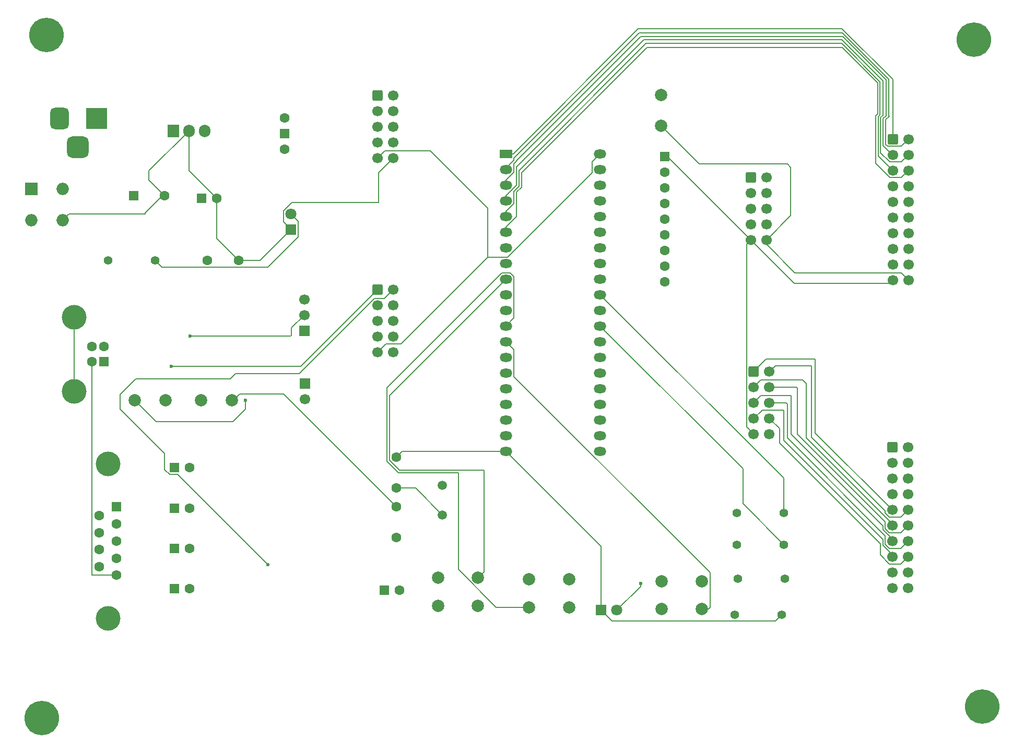
<source format=gbr>
%TF.GenerationSoftware,KiCad,Pcbnew,9.0.7*%
%TF.CreationDate,2026-01-07T21:02:37+05:30*%
%TF.ProjectId,PCB Design,50434220-4465-4736-9967-6e2e6b696361,rev?*%
%TF.SameCoordinates,Original*%
%TF.FileFunction,Copper,L2,Bot*%
%TF.FilePolarity,Positive*%
%FSLAX46Y46*%
G04 Gerber Fmt 4.6, Leading zero omitted, Abs format (unit mm)*
G04 Created by KiCad (PCBNEW 9.0.7) date 2026-01-07 21:02:37*
%MOMM*%
%LPD*%
G01*
G04 APERTURE LIST*
G04 Aperture macros list*
%AMRoundRect*
0 Rectangle with rounded corners*
0 $1 Rounding radius*
0 $2 $3 $4 $5 $6 $7 $8 $9 X,Y pos of 4 corners*
0 Add a 4 corners polygon primitive as box body*
4,1,4,$2,$3,$4,$5,$6,$7,$8,$9,$2,$3,0*
0 Add four circle primitives for the rounded corners*
1,1,$1+$1,$2,$3*
1,1,$1+$1,$4,$5*
1,1,$1+$1,$6,$7*
1,1,$1+$1,$8,$9*
0 Add four rect primitives between the rounded corners*
20,1,$1+$1,$2,$3,$4,$5,0*
20,1,$1+$1,$4,$5,$6,$7,0*
20,1,$1+$1,$6,$7,$8,$9,0*
20,1,$1+$1,$8,$9,$2,$3,0*%
G04 Aperture macros list end*
%TA.AperFunction,ComponentPad*%
%ADD10R,1.905000X2.000000*%
%TD*%
%TA.AperFunction,ComponentPad*%
%ADD11O,1.905000X2.000000*%
%TD*%
%TA.AperFunction,ComponentPad*%
%ADD12RoundRect,0.250000X-0.550000X-0.550000X0.550000X-0.550000X0.550000X0.550000X-0.550000X0.550000X0*%
%TD*%
%TA.AperFunction,ComponentPad*%
%ADD13C,1.600000*%
%TD*%
%TA.AperFunction,ComponentPad*%
%ADD14RoundRect,0.250000X-0.600000X-0.600000X0.600000X-0.600000X0.600000X0.600000X-0.600000X0.600000X0*%
%TD*%
%TA.AperFunction,ComponentPad*%
%ADD15C,1.700000*%
%TD*%
%TA.AperFunction,ComponentPad*%
%ADD16R,1.700000X1.700000*%
%TD*%
%TA.AperFunction,ComponentPad*%
%ADD17C,2.000000*%
%TD*%
%TA.AperFunction,ComponentPad*%
%ADD18O,2.000000X1.440000*%
%TD*%
%TA.AperFunction,ComponentPad*%
%ADD19R,2.000000X1.440000*%
%TD*%
%TA.AperFunction,ComponentPad*%
%ADD20R,1.500000X1.500000*%
%TD*%
%TA.AperFunction,ComponentPad*%
%ADD21R,1.600000X1.600000*%
%TD*%
%TA.AperFunction,ComponentPad*%
%ADD22C,4.000000*%
%TD*%
%TA.AperFunction,ComponentPad*%
%ADD23RoundRect,0.875000X-0.875000X-0.875000X0.875000X-0.875000X0.875000X0.875000X-0.875000X0.875000X0*%
%TD*%
%TA.AperFunction,ComponentPad*%
%ADD24RoundRect,0.750000X-0.750000X-1.000000X0.750000X-1.000000X0.750000X1.000000X-0.750000X1.000000X0*%
%TD*%
%TA.AperFunction,ComponentPad*%
%ADD25R,3.500000X3.500000*%
%TD*%
%TA.AperFunction,ComponentPad*%
%ADD26C,1.400000*%
%TD*%
%TA.AperFunction,ComponentPad*%
%ADD27C,3.600000*%
%TD*%
%TA.AperFunction,ConnectorPad*%
%ADD28C,5.600000*%
%TD*%
%TA.AperFunction,ComponentPad*%
%ADD29R,1.800000X1.800000*%
%TD*%
%TA.AperFunction,ComponentPad*%
%ADD30C,1.800000*%
%TD*%
%TA.AperFunction,ComponentPad*%
%ADD31R,2.000000X2.000000*%
%TD*%
%TA.AperFunction,ComponentPad*%
%ADD32O,2.000000X2.000000*%
%TD*%
%TA.AperFunction,ComponentPad*%
%ADD33C,1.500000*%
%TD*%
%TA.AperFunction,ViaPad*%
%ADD34C,0.600000*%
%TD*%
%TA.AperFunction,Conductor*%
%ADD35C,0.200000*%
%TD*%
G04 APERTURE END LIST*
D10*
%TO.P,U2,1,IN*%
%TO.N,Net-(D2-+)*%
X38770000Y-34000000D03*
D11*
%TO.P,U2,2,GND*%
%TO.N,GND*%
X41310000Y-34000000D03*
%TO.P,U2,3,OUT*%
%TO.N,Net-(SW2-A)*%
X43850000Y-34000000D03*
%TD*%
D12*
%TO.P,C4,1*%
%TO.N,Net-(D2-+)*%
X32350000Y-44500000D03*
D13*
%TO.P,C4,2*%
%TO.N,GND*%
X37350000Y-44500000D03*
%TD*%
D14*
%TO.P,J8,1,Pin_1*%
%TO.N,/P0_0*%
X155400000Y-85370000D03*
D15*
%TO.P,J8,2,Pin_2*%
%TO.N,/P0_1*%
X157940000Y-85370000D03*
%TO.P,J8,3,Pin_3*%
%TO.N,/P0_2*%
X155400000Y-87910000D03*
%TO.P,J8,4,Pin_4*%
%TO.N,/P0_3*%
X157940000Y-87910000D03*
%TO.P,J8,5,Pin_5*%
%TO.N,/P0_4*%
X155400000Y-90450000D03*
%TO.P,J8,6,Pin_6*%
%TO.N,/P0_5*%
X157940000Y-90450000D03*
%TO.P,J8,7,Pin_7*%
%TO.N,/P0_6*%
X155400000Y-92990000D03*
%TO.P,J8,8,Pin_8*%
%TO.N,/P0_7*%
X157940000Y-92990000D03*
%TO.P,J8,9,Pin_9*%
%TO.N,/P2_0*%
X155400000Y-95530000D03*
%TO.P,J8,10,Pin_10*%
%TO.N,/P2_1*%
X157940000Y-95530000D03*
%TO.P,J8,11,Pin_11*%
%TO.N,/P2_2*%
X155400000Y-98070000D03*
%TO.P,J8,12,Pin_12*%
%TO.N,/P2_3*%
X157940000Y-98070000D03*
%TO.P,J8,13,Pin_13*%
%TO.N,/P2_4*%
X155400000Y-100610000D03*
%TO.P,J8,14,Pin_14*%
%TO.N,/P2_5*%
X157940000Y-100610000D03*
%TO.P,J8,15,Pin_15*%
%TO.N,/P2_6*%
X155400000Y-103150000D03*
%TO.P,J8,16,Pin_16*%
%TO.N,/P2_7*%
X157940000Y-103150000D03*
%TO.P,J8,17,Pin_17*%
%TO.N,VCC*%
X155400000Y-105690000D03*
%TO.P,J8,18,Pin_18*%
%TO.N,GND*%
X157940000Y-105690000D03*
%TO.P,J8,19,Pin_19*%
%TO.N,VCC*%
X155400000Y-108230000D03*
%TO.P,J8,20,Pin_20*%
%TO.N,GND*%
X157940000Y-108230000D03*
%TD*%
D14*
%TO.P,J6,1,Pin_1*%
%TO.N,/P1_0*%
X155440000Y-35370000D03*
D15*
%TO.P,J6,2,Pin_2*%
%TO.N,/P1_1*%
X157980000Y-35370000D03*
%TO.P,J6,3,Pin_3*%
%TO.N,/P1_2*%
X155440000Y-37910000D03*
%TO.P,J6,4,Pin_4*%
%TO.N,/P1_3*%
X157980000Y-37910000D03*
%TO.P,J6,5,Pin_5*%
%TO.N,/P1_4*%
X155440000Y-40450000D03*
%TO.P,J6,6,Pin_6*%
%TO.N,/P1_5*%
X157980000Y-40450000D03*
%TO.P,J6,7,Pin_7*%
%TO.N,/P1_6*%
X155440000Y-42990000D03*
%TO.P,J6,8,Pin_8*%
%TO.N,/P1_7*%
X157980000Y-42990000D03*
%TO.P,J6,9,Pin_9*%
%TO.N,/P3_0*%
X155440000Y-45530000D03*
%TO.P,J6,10,Pin_10*%
%TO.N,/P3_1*%
X157980000Y-45530000D03*
%TO.P,J6,11,Pin_11*%
%TO.N,/P3_2*%
X155440000Y-48070000D03*
%TO.P,J6,12,Pin_12*%
%TO.N,/P3_3*%
X157980000Y-48070000D03*
%TO.P,J6,13,Pin_13*%
%TO.N,/P3_4*%
X155440000Y-50610000D03*
%TO.P,J6,14,Pin_14*%
%TO.N,/P3_5*%
X157980000Y-50610000D03*
%TO.P,J6,15,Pin_15*%
%TO.N,/P3_6*%
X155440000Y-53150000D03*
%TO.P,J6,16,Pin_16*%
%TO.N,/P3_7*%
X157980000Y-53150000D03*
%TO.P,J6,17,Pin_17*%
%TO.N,VCC*%
X155440000Y-55690000D03*
%TO.P,J6,18,Pin_18*%
%TO.N,GND*%
X157980000Y-55690000D03*
%TO.P,J6,19,Pin_19*%
%TO.N,VCC*%
X155440000Y-58230000D03*
%TO.P,J6,20,Pin_20*%
%TO.N,GND*%
X157980000Y-58230000D03*
%TD*%
%TO.P,J5,10,Pin_10*%
%TO.N,GND*%
X74440000Y-69950000D03*
%TO.P,J5,9,Pin_9*%
%TO.N,VCC*%
X71900000Y-69950000D03*
%TO.P,J5,8,Pin_8*%
%TO.N,/P3_7*%
X74440000Y-67410000D03*
%TO.P,J5,7,Pin_7*%
%TO.N,/P3_6*%
X71900000Y-67410000D03*
%TO.P,J5,6,Pin_6*%
%TO.N,/P3_5*%
X74440000Y-64870000D03*
%TO.P,J5,5,Pin_5*%
%TO.N,/P3_4*%
X71900000Y-64870000D03*
%TO.P,J5,4,Pin_4*%
%TO.N,/P3_3*%
X74440000Y-62330000D03*
%TO.P,J5,3,Pin_3*%
%TO.N,/P3_2*%
X71900000Y-62330000D03*
%TO.P,J5,2,Pin_2*%
%TO.N,/P3_1*%
X74440000Y-59790000D03*
D14*
%TO.P,J5,1,Pin_1*%
%TO.N,/P3_0*%
X71900000Y-59790000D03*
%TD*%
D15*
%TO.P,J10,3,Pin_3*%
%TO.N,Net-(J10-Pin_3)*%
X60050000Y-61350000D03*
%TO.P,J10,2,Pin_2*%
%TO.N,Net-(J10-Pin_2)*%
X60050000Y-63890000D03*
D16*
%TO.P,J10,1,Pin_1*%
%TO.N,Net-(J10-Pin_1)*%
X60050000Y-66430000D03*
%TD*%
D15*
%TO.P,J11,2,Pin_2*%
%TO.N,Net-(J11-Pin_2)*%
X60100000Y-77515000D03*
D16*
%TO.P,J11,1,Pin_1*%
%TO.N,VCC*%
X60100000Y-74975000D03*
%TD*%
D17*
%TO.P,C12,2*%
%TO.N,GND*%
X37550000Y-77750000D03*
%TO.P,C12,1*%
%TO.N,Net-(J9-VBUS)*%
X32550000Y-77750000D03*
%TD*%
D18*
%TO.P,U1,40,VCC*%
%TO.N,VCC*%
X107990000Y-37750000D03*
%TO.P,U1,39,P0.0/AD0*%
%TO.N,/P0_0*%
X107990000Y-40290000D03*
%TO.P,U1,38,P0.1/AD1*%
%TO.N,/P0_1*%
X107990000Y-42830000D03*
%TO.P,U1,37,P0.2/AD2*%
%TO.N,/P0_2*%
X107990000Y-45370000D03*
%TO.P,U1,36,P0.3/AD3*%
%TO.N,/P0_3*%
X107990000Y-47910000D03*
%TO.P,U1,35,P0.4/AD4*%
%TO.N,/P0_4*%
X107990000Y-50450000D03*
%TO.P,U1,34,P0.5/AD5*%
%TO.N,/P0_5*%
X107990000Y-52990000D03*
%TO.P,U1,33,P0.6/AD6*%
%TO.N,/P0_6*%
X107990000Y-55530000D03*
%TO.P,U1,32,P0.7/AD7*%
%TO.N,/P0_7*%
X107990000Y-58070000D03*
%TO.P,U1,31,~{EA}*%
%TO.N,/EA*%
X107990000Y-60610000D03*
%TO.P,U1,30,ALE*%
%TO.N,unconnected-(U1-ALE-Pad30)*%
X107990000Y-63150000D03*
%TO.P,U1,29,~{PSEN}*%
%TO.N,/PSEN*%
X107990000Y-65690000D03*
%TO.P,U1,28,P2.7/A15*%
%TO.N,/P2_7*%
X107990000Y-68230000D03*
%TO.P,U1,27,P2.6/A14*%
%TO.N,/P2_6*%
X107990000Y-70770000D03*
%TO.P,U1,26,P2.5/A13*%
%TO.N,/P2_5*%
X107990000Y-73310000D03*
%TO.P,U1,25,P2.4/A12*%
%TO.N,/P2_4*%
X107990000Y-75850000D03*
%TO.P,U1,24,P2.3/A11*%
%TO.N,/P2_3*%
X107990000Y-78390000D03*
%TO.P,U1,23,P2.2/A10*%
%TO.N,/P2_2*%
X107990000Y-80930000D03*
%TO.P,U1,22,P2.1/A9*%
%TO.N,/P2_1*%
X107990000Y-83470000D03*
%TO.P,U1,21,P2.0/A8*%
%TO.N,/P2_0*%
X107990000Y-86010000D03*
%TO.P,U1,20,VSS*%
%TO.N,GND*%
X92750000Y-86010000D03*
%TO.P,U1,19,XTAL1*%
%TO.N,Net-(U1-XTAL1)*%
X92750000Y-83470000D03*
%TO.P,U1,18,XTAL2*%
%TO.N,Net-(U1-XTAL2)*%
X92750000Y-80930000D03*
%TO.P,U1,17,P3.7/~{RD}*%
%TO.N,/P3_7*%
X92750000Y-78390000D03*
%TO.P,U1,16,P3.6/~{WR}*%
%TO.N,/P3_6*%
X92750000Y-75850000D03*
%TO.P,U1,15,P3.5/T1*%
%TO.N,/P3_5*%
X92750000Y-73310000D03*
%TO.P,U1,14,P3.4/T0*%
%TO.N,/P3_4*%
X92750000Y-70770000D03*
%TO.P,U1,13,P3.3/~{INT1}*%
%TO.N,/P3_3*%
X92750000Y-68230000D03*
%TO.P,U1,12,P3.2/~{INT0}*%
%TO.N,/P3_2*%
X92750000Y-65690000D03*
%TO.P,U1,11,P3.1/TXD*%
%TO.N,/P3_1*%
X92750000Y-63150000D03*
%TO.P,U1,10,P3.0/RXD*%
%TO.N,/P3_0*%
X92750000Y-60610000D03*
%TO.P,U1,9,RST*%
%TO.N,/RST*%
X92750000Y-58070000D03*
%TO.P,U1,8,P1.7*%
%TO.N,/P1_7*%
X92750000Y-55530000D03*
%TO.P,U1,7,P1.6*%
%TO.N,/P1_6*%
X92750000Y-52990000D03*
%TO.P,U1,6,P1.5*%
%TO.N,/P1_5*%
X92750000Y-50450000D03*
%TO.P,U1,5,P1.4*%
%TO.N,/P1_4*%
X92750000Y-47910000D03*
%TO.P,U1,4,P1.3*%
%TO.N,/P1_3*%
X92750000Y-45370000D03*
%TO.P,U1,3,P1.2*%
%TO.N,/P1_2*%
X92750000Y-42830000D03*
%TO.P,U1,2,P1.1*%
%TO.N,/P1_1*%
X92750000Y-40290000D03*
D19*
%TO.P,U1,1,P1.0*%
%TO.N,/P1_0*%
X92750000Y-37750000D03*
%TD*%
D20*
%TO.P,SW2,1,A*%
%TO.N,Net-(SW2-A)*%
X56850000Y-34460000D03*
D13*
%TO.P,SW2,2,B*%
%TO.N,Net-(SW2-B)*%
X56850000Y-31920000D03*
%TO.P,SW2,3,C*%
%TO.N,/USB*%
X56850000Y-37000000D03*
%TD*%
D21*
%TO.P,J9,1,VBUS*%
%TO.N,Net-(J9-VBUS)*%
X27587500Y-71500000D03*
D13*
%TO.P,J9,2,D-*%
%TO.N,Net-(J9-D-)*%
X27587500Y-69000000D03*
%TO.P,J9,3,D+*%
%TO.N,Net-(J9-D+)*%
X25587500Y-69000000D03*
%TO.P,J9,4,GND*%
%TO.N,GND*%
X25587500Y-71500000D03*
D22*
%TO.P,J9,5,Shield*%
%TO.N,unconnected-(J9-Shield-Pad5)*%
X22727500Y-76250000D03*
X22727500Y-64250000D03*
%TD*%
D23*
%TO.P,J1,3*%
%TO.N,N/C*%
X23350000Y-36700000D03*
D24*
%TO.P,J1,2*%
%TO.N,Net-(D2-Pad2)*%
X20350000Y-32000000D03*
D25*
%TO.P,J1,1*%
%TO.N,Net-(D2-Pad4)*%
X26350000Y-32000000D03*
%TD*%
D13*
%TO.P,J7,9,9*%
%TO.N,unconnected-(J7-Pad9)*%
X26779000Y-104734000D03*
%TO.P,J7,8,8*%
%TO.N,unconnected-(J7-Pad8)*%
X26779000Y-101964000D03*
%TO.P,J7,7,7*%
%TO.N,unconnected-(J7-Pad7)*%
X26779000Y-99194000D03*
%TO.P,J7,6,6*%
%TO.N,unconnected-(J7-Pad6)*%
X26779000Y-96424000D03*
%TO.P,J7,5,5*%
%TO.N,GND*%
X29619000Y-106119000D03*
%TO.P,J7,4,4*%
%TO.N,unconnected-(J7-Pad4)*%
X29619000Y-103349000D03*
%TO.P,J7,3,3*%
%TO.N,Net-(U3-T2OUT)*%
X29619000Y-100579000D03*
%TO.P,J7,2,2*%
%TO.N,Net-(U3-R2IN)*%
X29619000Y-97809000D03*
D21*
%TO.P,J7,1,1*%
%TO.N,unconnected-(J7-Pad1)*%
X29619000Y-95039000D03*
D22*
%TO.P,J7,0*%
%TO.N,N/C*%
X28199000Y-113079000D03*
X28199000Y-88079000D03*
%TD*%
D26*
%TO.P,R2,2*%
%TO.N,GND*%
X137450000Y-112500000D03*
%TO.P,R2,1*%
%TO.N,Net-(C1-Pad2)*%
X129830000Y-112500000D03*
%TD*%
%TO.P,R3,2*%
%TO.N,Net-(D3-A)*%
X35850000Y-55000000D03*
%TO.P,R3,1*%
%TO.N,Net-(SW2-B)*%
X28230000Y-55000000D03*
%TD*%
%TO.P,R4,2*%
%TO.N,/EA*%
X137760000Y-96000000D03*
%TO.P,R4,1*%
%TO.N,VCC*%
X130140000Y-96000000D03*
%TD*%
%TO.P,R5,2*%
%TO.N,/PSEN*%
X137760000Y-101150000D03*
%TO.P,R5,1*%
%TO.N,VCC*%
X130140000Y-101150000D03*
%TD*%
D12*
%TO.P,C8,1*%
%TO.N,Net-(U3-C1+)*%
X38964000Y-88679000D03*
D13*
%TO.P,C8,2*%
%TO.N,Net-(U3-C1-)*%
X41464000Y-88679000D03*
%TD*%
D21*
%TO.P,RN1,1,common*%
%TO.N,VCC*%
X118440000Y-38160000D03*
D13*
%TO.P,RN1,2,R1*%
%TO.N,/P0_0*%
X118440000Y-40700000D03*
%TO.P,RN1,3,R2*%
%TO.N,/P0_1*%
X118440000Y-43240000D03*
%TO.P,RN1,4,R3*%
%TO.N,/P0_2*%
X118440000Y-45780000D03*
%TO.P,RN1,5,R4*%
%TO.N,/P0_3*%
X118440000Y-48320000D03*
%TO.P,RN1,6,R5*%
%TO.N,/P0_4*%
X118440000Y-50860000D03*
%TO.P,RN1,7,R6*%
%TO.N,/P0_5*%
X118440000Y-53400000D03*
%TO.P,RN1,8,R7*%
%TO.N,/P0_6*%
X118440000Y-55940000D03*
%TO.P,RN1,9,R8*%
%TO.N,/P0_7*%
X118440000Y-58480000D03*
%TD*%
D12*
%TO.P,C9,1*%
%TO.N,Net-(U3-VS+)*%
X38964000Y-95229000D03*
D13*
%TO.P,C9,2*%
%TO.N,VCC*%
X41464000Y-95229000D03*
%TD*%
D27*
%TO.P,REF\u002A\u002A,1*%
%TO.N,N/C*%
X17450000Y-129250000D03*
D28*
X17450000Y-129250000D03*
%TD*%
D12*
%TO.P,C11,1*%
%TO.N,GND*%
X38964000Y-108329000D03*
D13*
%TO.P,C11,2*%
%TO.N,Net-(U3-VS-)*%
X41464000Y-108329000D03*
%TD*%
D27*
%TO.P,REF\u002A\u002A,1*%
%TO.N,N/C*%
X18250000Y-18450000D03*
D28*
X18250000Y-18450000D03*
%TD*%
D13*
%TO.P,C3,1*%
%TO.N,Net-(U1-XTAL2)*%
X74940000Y-99990000D03*
%TO.P,C3,2*%
%TO.N,GND*%
X74940000Y-94990000D03*
%TD*%
D27*
%TO.P,REF\u002A\u002A,1*%
%TO.N,N/C*%
X168600000Y-19200000D03*
D28*
X168600000Y-19200000D03*
%TD*%
D17*
%TO.P,SW4,1,1*%
%TO.N,Net-(SW3-Pad1)*%
X117950000Y-107100000D03*
X124450000Y-107100000D03*
%TO.P,SW4,2,2*%
%TO.N,/P3_3*%
X117950000Y-111600000D03*
X124450000Y-111600000D03*
%TD*%
D12*
%TO.P,C10,1*%
%TO.N,Net-(U3-C2+)*%
X38964000Y-101779000D03*
D13*
%TO.P,C10,2*%
%TO.N,Net-(U3-C2-)*%
X41464000Y-101779000D03*
%TD*%
D12*
%TO.P,C6,1*%
%TO.N,Net-(SW2-A)*%
X43350000Y-45000000D03*
D13*
%TO.P,C6,2*%
%TO.N,GND*%
X45850000Y-45000000D03*
%TD*%
D12*
%TO.P,C1,1*%
%TO.N,VCC*%
X72994888Y-108550000D03*
D13*
%TO.P,C1,2*%
%TO.N,Net-(C1-Pad2)*%
X75494888Y-108550000D03*
%TD*%
%TO.P,C7,1*%
%TO.N,Net-(SW2-A)*%
X44350000Y-55000000D03*
%TO.P,C7,2*%
%TO.N,GND*%
X49350000Y-55000000D03*
%TD*%
D17*
%TO.P,C5,1*%
%TO.N,VCC*%
X117900000Y-28200000D03*
%TO.P,C5,2*%
%TO.N,GND*%
X117900000Y-33200000D03*
%TD*%
%TO.P,C13,1*%
%TO.N,Net-(J11-Pin_2)*%
X43300000Y-77750000D03*
%TO.P,C13,2*%
%TO.N,GND*%
X48300000Y-77750000D03*
%TD*%
D13*
%TO.P,C2,1*%
%TO.N,Net-(U1-XTAL1)*%
X74940000Y-91990000D03*
%TO.P,C2,2*%
%TO.N,GND*%
X74940000Y-86990000D03*
%TD*%
D17*
%TO.P,SW3,1,1*%
%TO.N,Net-(SW3-Pad1)*%
X96450000Y-106800000D03*
X102950000Y-106800000D03*
%TO.P,SW3,2,2*%
%TO.N,/P3_2*%
X96450000Y-111300000D03*
X102950000Y-111300000D03*
%TD*%
%TO.P,SW1,1,1*%
%TO.N,/RST*%
X81700000Y-106550000D03*
X88200000Y-106550000D03*
%TO.P,SW1,2,2*%
%TO.N,VCC*%
X81700000Y-111050000D03*
X88200000Y-111050000D03*
%TD*%
D27*
%TO.P,REF\u002A\u002A,1*%
%TO.N,N/C*%
X169950000Y-127450000D03*
D28*
X169950000Y-127450000D03*
%TD*%
D26*
%TO.P,R6,1*%
%TO.N,VCC*%
X130330000Y-106650000D03*
%TO.P,R6,2*%
%TO.N,/P3_2*%
X137950000Y-106650000D03*
%TD*%
D29*
%TO.P,D3,1,K*%
%TO.N,GND*%
X57850000Y-50000000D03*
D30*
%TO.P,D3,2,A*%
%TO.N,Net-(D3-A)*%
X57850000Y-47460000D03*
%TD*%
D29*
%TO.P,D1,1,K*%
%TO.N,GND*%
X108185000Y-111800000D03*
D30*
%TO.P,D1,2,A*%
%TO.N,Net-(D1-A)*%
X110725000Y-111800000D03*
%TD*%
D31*
%TO.P,D2,1,+*%
%TO.N,Net-(D2-+)*%
X15770000Y-43420000D03*
D32*
%TO.P,D2,2*%
%TO.N,Net-(D2-Pad2)*%
X15770000Y-48500000D03*
%TO.P,D2,3,-*%
%TO.N,GND*%
X20850000Y-48500000D03*
%TO.P,D2,4*%
%TO.N,Net-(D2-Pad4)*%
X20850000Y-43420000D03*
%TD*%
D14*
%TO.P,J2,1,Pin_1*%
%TO.N,/P0_0*%
X132410000Y-41540000D03*
D15*
%TO.P,J2,2,Pin_2*%
%TO.N,/P0_1*%
X134950000Y-41540000D03*
%TO.P,J2,3,Pin_3*%
%TO.N,/P0_2*%
X132410000Y-44080000D03*
%TO.P,J2,4,Pin_4*%
%TO.N,/P0_3*%
X134950000Y-44080000D03*
%TO.P,J2,5,Pin_5*%
%TO.N,/P0_4*%
X132410000Y-46620000D03*
%TO.P,J2,6,Pin_6*%
%TO.N,/P0_5*%
X134950000Y-46620000D03*
%TO.P,J2,7,Pin_7*%
%TO.N,/P0_6*%
X132410000Y-49160000D03*
%TO.P,J2,8,Pin_8*%
%TO.N,/P0_7*%
X134950000Y-49160000D03*
%TO.P,J2,9,Pin_9*%
%TO.N,VCC*%
X132410000Y-51700000D03*
%TO.P,J2,10,Pin_10*%
%TO.N,GND*%
X134950000Y-51700000D03*
%TD*%
D14*
%TO.P,J4,1,Pin_1*%
%TO.N,/P2_0*%
X132910000Y-73040000D03*
D15*
%TO.P,J4,2,Pin_2*%
%TO.N,/P2_1*%
X135450000Y-73040000D03*
%TO.P,J4,3,Pin_3*%
%TO.N,/P2_2*%
X132910000Y-75580000D03*
%TO.P,J4,4,Pin_4*%
%TO.N,/P2_3*%
X135450000Y-75580000D03*
%TO.P,J4,5,Pin_5*%
%TO.N,/P2_4*%
X132910000Y-78120000D03*
%TO.P,J4,6,Pin_6*%
%TO.N,/P2_5*%
X135450000Y-78120000D03*
%TO.P,J4,7,Pin_7*%
%TO.N,/P2_6*%
X132910000Y-80660000D03*
%TO.P,J4,8,Pin_8*%
%TO.N,/P2_7*%
X135450000Y-80660000D03*
%TO.P,J4,9,Pin_9*%
%TO.N,VCC*%
X132910000Y-83200000D03*
%TO.P,J4,10,Pin_10*%
%TO.N,GND*%
X135450000Y-83200000D03*
%TD*%
D14*
%TO.P,J3,1,Pin_1*%
%TO.N,/P1_0*%
X71900000Y-28290000D03*
D15*
%TO.P,J3,2,Pin_2*%
%TO.N,/P1_1*%
X74440000Y-28290000D03*
%TO.P,J3,3,Pin_3*%
%TO.N,/P1_2*%
X71900000Y-30830000D03*
%TO.P,J3,4,Pin_4*%
%TO.N,/P1_3*%
X74440000Y-30830000D03*
%TO.P,J3,5,Pin_5*%
%TO.N,/P1_4*%
X71900000Y-33370000D03*
%TO.P,J3,6,Pin_6*%
%TO.N,/P1_5*%
X74440000Y-33370000D03*
%TO.P,J3,7,Pin_7*%
%TO.N,/P1_6*%
X71900000Y-35910000D03*
%TO.P,J3,8,Pin_8*%
%TO.N,/P1_7*%
X74440000Y-35910000D03*
%TO.P,J3,9,Pin_9*%
%TO.N,VCC*%
X71900000Y-38450000D03*
%TO.P,J3,10,Pin_10*%
%TO.N,GND*%
X74440000Y-38450000D03*
%TD*%
D33*
%TO.P,Y1,1,1*%
%TO.N,Net-(U1-XTAL1)*%
X82440000Y-96370000D03*
%TO.P,Y1,2,2*%
%TO.N,Net-(U1-XTAL2)*%
X82440000Y-91490000D03*
%TD*%
D34*
%TO.N,Net-(D1-A)*%
X114600000Y-107450000D03*
%TO.N,Net-(J9-VBUS)*%
X50500000Y-77750000D03*
%TO.N,/P3_1*%
X54099000Y-104379000D03*
%TO.N,/P3_0*%
X38450000Y-72250000D03*
%TO.N,Net-(J10-Pin_2)*%
X41500000Y-67350000D03*
%TD*%
D35*
%TO.N,unconnected-(J9-Shield-Pad5)*%
X22727500Y-76250000D02*
X22727500Y-64250000D01*
%TO.N,Net-(D1-A)*%
X114600000Y-107925000D02*
X114600000Y-107450000D01*
X110725000Y-111800000D02*
X114600000Y-107925000D01*
%TO.N,GND*%
X25600000Y-71512500D02*
X25600000Y-106053000D01*
X25587500Y-71500000D02*
X25600000Y-71512500D01*
X25600000Y-106053000D02*
X25666000Y-106119000D01*
X25666000Y-106119000D02*
X29619000Y-106119000D01*
X34850000Y-40460000D02*
X41310000Y-34000000D01*
X37350000Y-44500000D02*
X34850000Y-42000000D01*
X34850000Y-42000000D02*
X34850000Y-40460000D01*
X37000000Y-44500000D02*
X37350000Y-44500000D01*
X34200000Y-47300000D02*
X37000000Y-44500000D01*
X34200000Y-47500000D02*
X34200000Y-47300000D01*
X21850000Y-47500000D02*
X34200000Y-47500000D01*
X20850000Y-48500000D02*
X21850000Y-47500000D01*
%TO.N,/P3_1*%
X74440000Y-59790000D02*
X73051000Y-61179000D01*
X73051000Y-61179000D02*
X71423240Y-61179000D01*
%TO.N,VCC*%
X73289000Y-68561000D02*
X75757000Y-68561000D01*
X71900000Y-69950000D02*
X73289000Y-68561000D01*
%TO.N,/P3_1*%
X38178840Y-89780000D02*
X39500000Y-89780000D01*
X39500000Y-89780000D02*
X54099000Y-104379000D01*
X37350000Y-88951160D02*
X38178840Y-89780000D01*
X37350000Y-88200000D02*
X37350000Y-88951160D01*
X37350000Y-86350000D02*
X37350000Y-88200000D01*
X30150000Y-79150000D02*
X37350000Y-86350000D01*
X30150000Y-76800000D02*
X30150000Y-79150000D01*
X32711108Y-74238892D02*
X30150000Y-76800000D01*
X48011108Y-74238892D02*
X32711108Y-74238892D01*
X71423240Y-61179000D02*
X59202240Y-73400000D01*
X59202240Y-73400000D02*
X48850000Y-73400000D01*
X48850000Y-73400000D02*
X48011108Y-74238892D01*
%TO.N,Net-(J10-Pin_2)*%
X57950000Y-67200000D02*
X57800000Y-67350000D01*
X57950000Y-65990000D02*
X57950000Y-67200000D01*
X60050000Y-63890000D02*
X57950000Y-65990000D01*
X57800000Y-67350000D02*
X41500000Y-67350000D01*
%TO.N,Net-(J9-VBUS)*%
X36000000Y-81200000D02*
X32550000Y-77750000D01*
X50500000Y-79150000D02*
X48450000Y-81200000D01*
X50500000Y-77750000D02*
X50500000Y-79150000D01*
X48450000Y-81200000D02*
X36000000Y-81200000D01*
%TO.N,GND*%
X56700000Y-76750000D02*
X74940000Y-94990000D01*
X49550000Y-76750000D02*
X56700000Y-76750000D01*
X48550000Y-77750000D02*
X49550000Y-76750000D01*
X48300000Y-77750000D02*
X48550000Y-77750000D01*
%TO.N,/P3_2*%
X91110108Y-111300000D02*
X96450000Y-111300000D01*
X84999000Y-105188892D02*
X91110108Y-111300000D01*
X84999000Y-89501000D02*
X84999000Y-105188892D01*
X75326850Y-89501000D02*
X84999000Y-89501000D01*
X73438000Y-87612150D02*
X75326850Y-89501000D01*
X73438000Y-75658088D02*
X73438000Y-87612150D01*
X92047088Y-57049000D02*
X73438000Y-75658088D01*
X93452912Y-57049000D02*
X92047088Y-57049000D01*
X94051000Y-57647088D02*
X93452912Y-57049000D01*
X94051000Y-64389000D02*
X94051000Y-57647088D01*
X92750000Y-65690000D02*
X94051000Y-64389000D01*
%TO.N,/P3_0*%
X59440000Y-72250000D02*
X38450000Y-72250000D01*
X71900000Y-59790000D02*
X59440000Y-72250000D01*
%TO.N,/RST*%
X73839000Y-76981000D02*
X92750000Y-58070000D01*
X73839000Y-87446050D02*
X73839000Y-76981000D01*
X89200000Y-89100000D02*
X75492950Y-89100000D01*
X89200000Y-105550000D02*
X89200000Y-89100000D01*
X75492950Y-89100000D02*
X73839000Y-87446050D01*
X88200000Y-106550000D02*
X89200000Y-105550000D01*
%TO.N,/P3_3*%
X125550000Y-111600000D02*
X124450000Y-111600000D01*
X125850000Y-111300000D02*
X125550000Y-111600000D01*
X125850000Y-105700000D02*
X125850000Y-111300000D01*
X94051000Y-73901000D02*
X125850000Y-105700000D01*
X94051000Y-69531000D02*
X94051000Y-73901000D01*
X92750000Y-68230000D02*
X94051000Y-69531000D01*
%TO.N,VCC*%
X75757000Y-68561000D02*
X89809000Y-54509000D01*
%TO.N,GND*%
X139579000Y-57079000D02*
X156829000Y-57079000D01*
X134950000Y-52450000D02*
X139579000Y-57079000D01*
X134950000Y-51700000D02*
X134950000Y-52450000D01*
X156829000Y-57079000D02*
X157980000Y-58230000D01*
%TO.N,VCC*%
X154920000Y-58750000D02*
X155440000Y-58230000D01*
X139460000Y-58750000D02*
X154920000Y-58750000D01*
X132410000Y-51700000D02*
X139460000Y-58750000D01*
%TO.N,GND*%
X72100000Y-40790000D02*
X74440000Y-38450000D01*
X58011529Y-45600000D02*
X72100000Y-45600000D01*
X56649000Y-46962529D02*
X58011529Y-45600000D01*
X72100000Y-45600000D02*
X72100000Y-40790000D01*
X56649000Y-48799000D02*
X56649000Y-46962529D01*
X57850000Y-50000000D02*
X56649000Y-48799000D01*
%TO.N,Net-(D3-A)*%
X59051000Y-48661000D02*
X57850000Y-47460000D01*
X54151000Y-56101000D02*
X59051000Y-51201000D01*
X59051000Y-51201000D02*
X59051000Y-48661000D01*
X36951000Y-56101000D02*
X54151000Y-56101000D01*
X35850000Y-55000000D02*
X36951000Y-56101000D01*
%TO.N,GND*%
X75920000Y-86010000D02*
X74940000Y-86990000D01*
X92750000Y-86010000D02*
X75920000Y-86010000D01*
%TO.N,Net-(U1-XTAL1)*%
X78060000Y-91990000D02*
X82440000Y-96370000D01*
X74940000Y-91990000D02*
X78060000Y-91990000D01*
%TO.N,VCC*%
X92954912Y-54509000D02*
X106689000Y-40774912D01*
X89800000Y-54500000D02*
X89809000Y-54509000D01*
X89800000Y-46600000D02*
X89800000Y-54500000D01*
X106689000Y-39051000D02*
X107990000Y-37750000D01*
X80450000Y-37250000D02*
X89800000Y-46600000D01*
X106689000Y-40774912D02*
X106689000Y-39051000D01*
X71900000Y-38450000D02*
X73100000Y-37250000D01*
X73100000Y-37250000D02*
X80450000Y-37250000D01*
X89809000Y-54509000D02*
X92954912Y-54509000D01*
%TO.N,/P2_3*%
X140000000Y-75800000D02*
X139780000Y-75580000D01*
X139780000Y-75580000D02*
X135450000Y-75580000D01*
X140000000Y-83200000D02*
X140000000Y-75800000D01*
X154923240Y-99221000D02*
X154249000Y-98546760D01*
X154249000Y-98546760D02*
X154249000Y-97449000D01*
X156789000Y-99221000D02*
X154923240Y-99221000D01*
X157940000Y-98070000D02*
X156789000Y-99221000D01*
X154249000Y-97449000D02*
X140000000Y-83200000D01*
%TO.N,/P2_2*%
X140821000Y-74429000D02*
X134061000Y-74429000D01*
X141342000Y-74950000D02*
X140821000Y-74429000D01*
X141450000Y-83800000D02*
X141450000Y-75050000D01*
X141450000Y-75050000D02*
X141350000Y-74950000D01*
X134061000Y-74429000D02*
X132910000Y-75580000D01*
X155400000Y-97750000D02*
X141450000Y-83800000D01*
X141350000Y-74950000D02*
X141342000Y-74950000D01*
X155400000Y-98070000D02*
X155400000Y-97750000D01*
%TO.N,/P2_1*%
X142300000Y-83750000D02*
X142300000Y-72100000D01*
X154249000Y-95699000D02*
X142300000Y-83750000D01*
X136390000Y-72100000D02*
X135450000Y-73040000D01*
X154923240Y-96681000D02*
X154249000Y-96006760D01*
X142300000Y-72100000D02*
X136390000Y-72100000D01*
X156789000Y-96681000D02*
X154923240Y-96681000D01*
X157940000Y-95530000D02*
X156789000Y-96681000D01*
X154249000Y-96006760D02*
X154249000Y-95699000D01*
%TO.N,VCC*%
X131759000Y-52351000D02*
X132410000Y-51700000D01*
X131759000Y-82049000D02*
X131759000Y-52351000D01*
X132910000Y-83200000D02*
X131759000Y-82049000D01*
%TO.N,GND*%
X136449000Y-113501000D02*
X137450000Y-112500000D01*
X109886000Y-113501000D02*
X136449000Y-113501000D01*
X108185000Y-111800000D02*
X109886000Y-113501000D01*
X108185000Y-101445000D02*
X108185000Y-111800000D01*
X92750000Y-86010000D02*
X108185000Y-101445000D01*
X138900000Y-47750000D02*
X134950000Y-51700000D01*
X138900000Y-39950000D02*
X138900000Y-47750000D01*
X138350000Y-39400000D02*
X138900000Y-39950000D01*
X124100000Y-39400000D02*
X138350000Y-39400000D01*
X117900000Y-33200000D02*
X124100000Y-39400000D01*
%TO.N,/PSEN*%
X131141000Y-94531000D02*
X137760000Y-101150000D01*
X107990000Y-65690000D02*
X131141000Y-88841000D01*
X131141000Y-88841000D02*
X131141000Y-94531000D01*
%TO.N,/EA*%
X137760000Y-90380000D02*
X137760000Y-96000000D01*
X107990000Y-60610000D02*
X137760000Y-90380000D01*
%TO.N,/P1_0*%
X93900000Y-37750000D02*
X92750000Y-37750000D01*
X114200000Y-17450000D02*
X93900000Y-37750000D01*
X155440000Y-25690000D02*
X147200000Y-17450000D01*
X147200000Y-17450000D02*
X114200000Y-17450000D01*
X155440000Y-35370000D02*
X155440000Y-25690000D01*
%TO.N,/P1_1*%
X92750000Y-40072000D02*
X92750000Y-40290000D01*
X94051000Y-38771000D02*
X92750000Y-40072000D01*
X94051000Y-38399000D02*
X94051000Y-38771000D01*
X114350000Y-18100000D02*
X94051000Y-38399000D01*
X147282900Y-18100000D02*
X114350000Y-18100000D01*
X154800000Y-31600000D02*
X154800000Y-25617100D01*
X154850000Y-31650000D02*
X154800000Y-31600000D01*
X154289000Y-36205160D02*
X154289000Y-32211000D01*
X156829000Y-36521000D02*
X154604840Y-36521000D01*
X154289000Y-32211000D02*
X154850000Y-31650000D01*
X154800000Y-25617100D02*
X147282900Y-18100000D01*
X157980000Y-35370000D02*
X156829000Y-36521000D01*
X154604840Y-36521000D02*
X154289000Y-36205160D01*
%TO.N,/P1_2*%
X92750000Y-42013912D02*
X92750000Y-42830000D01*
X94051000Y-40712912D02*
X92750000Y-42013912D01*
X94051000Y-39338100D02*
X94051000Y-40712912D01*
X94452000Y-38937100D02*
X94051000Y-39338100D01*
X94452000Y-38848000D02*
X94452000Y-38937100D01*
X114600000Y-18700000D02*
X94452000Y-38848000D01*
X154350000Y-31582900D02*
X154350000Y-25734200D01*
X153888000Y-32044900D02*
X154350000Y-31582900D01*
X147315800Y-18700000D02*
X114600000Y-18700000D01*
X153888000Y-36371260D02*
X153888000Y-32044900D01*
X155426740Y-37910000D02*
X153888000Y-36371260D01*
X154350000Y-25734200D02*
X147315800Y-18700000D01*
X155440000Y-37910000D02*
X155426740Y-37910000D01*
%TO.N,/P1_3*%
X92750000Y-44553912D02*
X92750000Y-45370000D01*
X94452000Y-42851912D02*
X92750000Y-44553912D01*
X94452000Y-39898000D02*
X94452000Y-42851912D01*
X115100000Y-19250000D02*
X94452000Y-39898000D01*
X153900000Y-31465800D02*
X153900000Y-25950000D01*
X153900000Y-25950000D02*
X147200000Y-19250000D01*
X154963240Y-39061000D02*
X153487000Y-37584760D01*
X147200000Y-19250000D02*
X115100000Y-19250000D01*
X156829000Y-39061000D02*
X154963240Y-39061000D01*
X153487000Y-37584760D02*
X153487000Y-31878800D01*
X153487000Y-31878800D02*
X153900000Y-31465800D01*
X157980000Y-37910000D02*
X156829000Y-39061000D01*
%TO.N,/P1_4*%
X92750000Y-47093912D02*
X92750000Y-47910000D01*
X94051000Y-45792912D02*
X92750000Y-47093912D01*
X94051000Y-43820012D02*
X94051000Y-45792912D01*
X94853000Y-43018012D02*
X94051000Y-43820012D01*
X147200000Y-19850000D02*
X115450000Y-19850000D01*
X94853000Y-40447000D02*
X94853000Y-43018012D01*
X153400000Y-31398700D02*
X153400000Y-26050000D01*
X153086000Y-31712700D02*
X153400000Y-31398700D01*
X153400000Y-26050000D02*
X147200000Y-19850000D01*
X153086000Y-38096000D02*
X153086000Y-31712700D01*
X155440000Y-40450000D02*
X153086000Y-38096000D01*
X115450000Y-19850000D02*
X94853000Y-40447000D01*
%TO.N,/P1_5*%
X92750000Y-49633912D02*
X92750000Y-50450000D01*
X94452000Y-47931912D02*
X92750000Y-49633912D01*
X94452000Y-43986112D02*
X94452000Y-47931912D01*
X95254000Y-43184112D02*
X94452000Y-43986112D01*
X152999000Y-26216100D02*
X147282900Y-20500000D01*
X95254000Y-40846000D02*
X95254000Y-43184112D01*
X152999000Y-31232600D02*
X152999000Y-26216100D01*
X152685000Y-39322760D02*
X152685000Y-31546600D01*
X115600000Y-20500000D02*
X95254000Y-40846000D01*
X154963240Y-41601000D02*
X152685000Y-39322760D01*
X152685000Y-31546600D02*
X152999000Y-31232600D01*
X147282900Y-20500000D02*
X115600000Y-20500000D01*
X156829000Y-41601000D02*
X154963240Y-41601000D01*
X157980000Y-40450000D02*
X156829000Y-41601000D01*
%TO.N,/P2_7*%
X137100000Y-84700000D02*
X137100000Y-82310000D01*
X153447000Y-102824760D02*
X153447000Y-101047000D01*
X154923240Y-104301000D02*
X153447000Y-102824760D01*
X156789000Y-104301000D02*
X154923240Y-104301000D01*
X137100000Y-82310000D02*
X135450000Y-80660000D01*
X157940000Y-103150000D02*
X156789000Y-104301000D01*
X153447000Y-101047000D02*
X137100000Y-84700000D01*
%TO.N,/P2_6*%
X137750000Y-79300000D02*
X134270000Y-79300000D01*
X153848000Y-100348000D02*
X137750000Y-84250000D01*
X134270000Y-79300000D02*
X132910000Y-80660000D01*
X153848000Y-101252860D02*
X153848000Y-100348000D01*
X155400000Y-102804860D02*
X153848000Y-101252860D01*
X155400000Y-103150000D02*
X155400000Y-102804860D01*
X137750000Y-84250000D02*
X137750000Y-79300000D01*
%TO.N,/P2_5*%
X138120000Y-78120000D02*
X135450000Y-78120000D01*
X138350000Y-83850000D02*
X138350000Y-78350000D01*
X154249000Y-99749000D02*
X138350000Y-83850000D01*
X154249000Y-101086760D02*
X154249000Y-99749000D01*
X138350000Y-78350000D02*
X138120000Y-78120000D01*
X154923240Y-101761000D02*
X154249000Y-101086760D01*
X157940000Y-100610000D02*
X156789000Y-101761000D01*
X156789000Y-101761000D02*
X154923240Y-101761000D01*
%TO.N,/P2_4*%
X134080000Y-76950000D02*
X132910000Y-78120000D01*
X153848000Y-98098000D02*
X138950000Y-83200000D01*
X153848000Y-98712860D02*
X153848000Y-98098000D01*
X155400000Y-100264860D02*
X153848000Y-98712860D01*
X155400000Y-100610000D02*
X155400000Y-100264860D01*
X138950000Y-83200000D02*
X138950000Y-76950000D01*
X138950000Y-76950000D02*
X134080000Y-76950000D01*
%TO.N,/P2_0*%
X134900000Y-71050000D02*
X132910000Y-73040000D01*
X142900000Y-71050000D02*
X134900000Y-71050000D01*
X142900000Y-83030000D02*
X142900000Y-71050000D01*
X155400000Y-95530000D02*
X142900000Y-83030000D01*
%TO.N,GND*%
X41310000Y-34000000D02*
X41310000Y-40460000D01*
X41310000Y-40460000D02*
X45850000Y-45000000D01*
X45850000Y-45000000D02*
X45850000Y-51500000D01*
X45850000Y-51500000D02*
X49350000Y-55000000D01*
X49350000Y-55000000D02*
X52850000Y-55000000D01*
X52850000Y-55000000D02*
X57850000Y-50000000D01*
%TO.N,VCC*%
X118870000Y-38160000D02*
X132410000Y-51700000D01*
X118440000Y-38160000D02*
X118870000Y-38160000D01*
%TD*%
M02*

</source>
